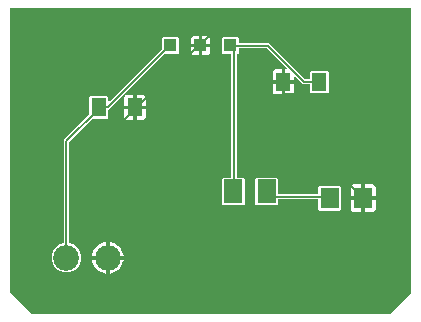
<source format=gbr>
G04 EAGLE Gerber RS-274X export*
G75*
%MOMM*%
%FSLAX34Y34*%
%LPD*%
%INTop Copper*%
%IPPOS*%
%AMOC8*
5,1,8,0,0,1.08239X$1,22.5*%
G01*
%ADD10C,2.184400*%
%ADD11R,1.600000X1.803000*%
%ADD12R,1.600000X2.000000*%
%ADD13R,1.108000X1.108000*%
%ADD14R,1.300000X1.600000*%
%ADD15C,0.152400*%

G36*
X331012Y10175D02*
X331012Y10175D01*
X331103Y10183D01*
X331133Y10195D01*
X331165Y10200D01*
X331245Y10243D01*
X331329Y10279D01*
X331361Y10305D01*
X331382Y10316D01*
X331404Y10339D01*
X331460Y10384D01*
X349616Y28540D01*
X349669Y28614D01*
X349729Y28683D01*
X349741Y28713D01*
X349760Y28739D01*
X349787Y28826D01*
X349821Y28911D01*
X349825Y28952D01*
X349832Y28975D01*
X349831Y29007D01*
X349839Y29078D01*
X349839Y269078D01*
X349836Y269098D01*
X349838Y269117D01*
X349816Y269219D01*
X349800Y269321D01*
X349790Y269338D01*
X349786Y269358D01*
X349733Y269447D01*
X349684Y269538D01*
X349670Y269552D01*
X349660Y269569D01*
X349581Y269636D01*
X349506Y269708D01*
X349488Y269716D01*
X349473Y269729D01*
X349377Y269768D01*
X349283Y269811D01*
X349263Y269813D01*
X349245Y269821D01*
X349078Y269839D01*
X10922Y269839D01*
X10902Y269836D01*
X10883Y269838D01*
X10781Y269816D01*
X10679Y269800D01*
X10662Y269790D01*
X10642Y269786D01*
X10553Y269733D01*
X10462Y269684D01*
X10448Y269670D01*
X10431Y269660D01*
X10364Y269581D01*
X10292Y269506D01*
X10284Y269488D01*
X10271Y269473D01*
X10232Y269377D01*
X10189Y269283D01*
X10187Y269263D01*
X10179Y269245D01*
X10161Y269078D01*
X10161Y29078D01*
X10175Y28988D01*
X10183Y28897D01*
X10195Y28867D01*
X10200Y28835D01*
X10243Y28755D01*
X10279Y28671D01*
X10305Y28639D01*
X10316Y28618D01*
X10339Y28596D01*
X10384Y28540D01*
X28540Y10384D01*
X28614Y10331D01*
X28683Y10271D01*
X28713Y10259D01*
X28739Y10240D01*
X28826Y10213D01*
X28911Y10179D01*
X28952Y10175D01*
X28975Y10168D01*
X29007Y10169D01*
X29078Y10161D01*
X330922Y10161D01*
X331012Y10175D01*
G37*
%LPC*%
G36*
X55424Y45653D02*
X55424Y45653D01*
X50849Y47548D01*
X47348Y51049D01*
X45453Y55624D01*
X45453Y60576D01*
X47348Y65151D01*
X50849Y68652D01*
X55155Y70435D01*
X55255Y70497D01*
X55355Y70557D01*
X55359Y70562D01*
X55364Y70565D01*
X55439Y70655D01*
X55515Y70744D01*
X55517Y70750D01*
X55521Y70754D01*
X55563Y70863D01*
X55607Y70972D01*
X55608Y70980D01*
X55609Y70984D01*
X55610Y71002D01*
X55625Y71139D01*
X55625Y157919D01*
X77112Y179406D01*
X77158Y179470D01*
X77179Y179491D01*
X77183Y179500D01*
X77225Y179550D01*
X77237Y179580D01*
X77256Y179606D01*
X77283Y179693D01*
X77317Y179778D01*
X77321Y179819D01*
X77328Y179841D01*
X77327Y179873D01*
X77335Y179944D01*
X77335Y194032D01*
X78228Y194925D01*
X92492Y194925D01*
X93385Y194032D01*
X93385Y191420D01*
X93396Y191350D01*
X93398Y191278D01*
X93416Y191229D01*
X93424Y191178D01*
X93458Y191114D01*
X93483Y191047D01*
X93515Y191006D01*
X93540Y190960D01*
X93591Y190911D01*
X93636Y190855D01*
X93680Y190827D01*
X93718Y190791D01*
X93783Y190761D01*
X93843Y190722D01*
X93894Y190709D01*
X93941Y190687D01*
X94012Y190679D01*
X94082Y190662D01*
X94134Y190666D01*
X94185Y190660D01*
X94256Y190675D01*
X94327Y190681D01*
X94375Y190701D01*
X94426Y190712D01*
X94487Y190749D01*
X94553Y190777D01*
X94609Y190822D01*
X94637Y190839D01*
X94652Y190856D01*
X94684Y190882D01*
X138712Y234910D01*
X138765Y234984D01*
X138825Y235054D01*
X138837Y235084D01*
X138856Y235110D01*
X138883Y235197D01*
X138917Y235282D01*
X138921Y235323D01*
X138928Y235345D01*
X138927Y235377D01*
X138935Y235448D01*
X138935Y243972D01*
X139828Y244865D01*
X152172Y244865D01*
X153065Y243972D01*
X153065Y231628D01*
X152172Y230735D01*
X141320Y230735D01*
X141230Y230721D01*
X141139Y230713D01*
X141110Y230701D01*
X141078Y230696D01*
X140997Y230653D01*
X140913Y230617D01*
X140881Y230591D01*
X140860Y230580D01*
X140838Y230557D01*
X140782Y230512D01*
X106954Y196685D01*
X106940Y196665D01*
X106922Y196650D01*
X106869Y196565D01*
X106811Y196485D01*
X106804Y196462D01*
X106791Y196441D01*
X106768Y196345D01*
X106739Y196250D01*
X106739Y196226D01*
X106734Y196202D01*
X106742Y196103D01*
X106745Y196004D01*
X106752Y195986D01*
X106705Y196000D01*
X106681Y196000D01*
X106658Y196006D01*
X106559Y195998D01*
X106459Y195997D01*
X106437Y195989D01*
X106413Y195987D01*
X106321Y195948D01*
X106228Y195915D01*
X106209Y195900D01*
X106186Y195890D01*
X106055Y195786D01*
X93846Y183576D01*
X93777Y183535D01*
X93686Y183486D01*
X93672Y183472D01*
X93655Y183462D01*
X93588Y183383D01*
X93516Y183308D01*
X93508Y183290D01*
X93495Y183275D01*
X93456Y183179D01*
X93413Y183085D01*
X93411Y183065D01*
X93403Y183047D01*
X93385Y182880D01*
X93385Y176768D01*
X92492Y175875D01*
X80364Y175875D01*
X80274Y175861D01*
X80183Y175853D01*
X80154Y175841D01*
X80122Y175836D01*
X80041Y175793D01*
X79957Y175757D01*
X79925Y175731D01*
X79904Y175720D01*
X79882Y175697D01*
X79826Y175652D01*
X60422Y156248D01*
X60369Y156174D01*
X60309Y156104D01*
X60297Y156074D01*
X60278Y156048D01*
X60251Y155961D01*
X60217Y155876D01*
X60213Y155835D01*
X60206Y155813D01*
X60207Y155781D01*
X60199Y155709D01*
X60199Y71129D01*
X60218Y71014D01*
X60235Y70898D01*
X60237Y70892D01*
X60238Y70886D01*
X60293Y70783D01*
X60346Y70679D01*
X60351Y70674D01*
X60354Y70669D01*
X60438Y70589D01*
X60522Y70506D01*
X60528Y70503D01*
X60532Y70499D01*
X60549Y70491D01*
X60669Y70425D01*
X64951Y68652D01*
X68452Y65151D01*
X70347Y60576D01*
X70347Y55624D01*
X68452Y51049D01*
X64951Y47548D01*
X60376Y45653D01*
X55424Y45653D01*
G37*
%LPD*%
%LPC*%
G36*
X190668Y102775D02*
X190668Y102775D01*
X189775Y103668D01*
X189775Y124932D01*
X190668Y125825D01*
X196596Y125825D01*
X196616Y125828D01*
X196635Y125826D01*
X196737Y125848D01*
X196839Y125864D01*
X196856Y125874D01*
X196876Y125878D01*
X196965Y125931D01*
X197056Y125980D01*
X197070Y125994D01*
X197087Y126004D01*
X197154Y126083D01*
X197226Y126158D01*
X197234Y126176D01*
X197247Y126191D01*
X197286Y126287D01*
X197329Y126381D01*
X197331Y126401D01*
X197339Y126419D01*
X197357Y126586D01*
X197357Y229974D01*
X197354Y229994D01*
X197356Y230013D01*
X197334Y230115D01*
X197318Y230217D01*
X197308Y230234D01*
X197304Y230254D01*
X197251Y230343D01*
X197202Y230434D01*
X197188Y230448D01*
X197178Y230465D01*
X197099Y230532D01*
X197024Y230604D01*
X197006Y230612D01*
X196991Y230625D01*
X196895Y230664D01*
X196801Y230707D01*
X196781Y230709D01*
X196763Y230717D01*
X196596Y230735D01*
X190628Y230735D01*
X189735Y231628D01*
X189735Y243972D01*
X190628Y244865D01*
X202972Y244865D01*
X203865Y243972D01*
X203865Y240792D01*
X203866Y240783D01*
X203866Y240780D01*
X203868Y240771D01*
X203866Y240753D01*
X203888Y240651D01*
X203904Y240549D01*
X203914Y240532D01*
X203918Y240512D01*
X203971Y240423D01*
X204020Y240332D01*
X204034Y240318D01*
X204044Y240301D01*
X204123Y240234D01*
X204198Y240162D01*
X204216Y240154D01*
X204231Y240141D01*
X204327Y240102D01*
X204421Y240059D01*
X204441Y240057D01*
X204459Y240049D01*
X204626Y240031D01*
X229547Y240031D01*
X259804Y209774D01*
X259878Y209721D01*
X259948Y209661D01*
X259978Y209649D01*
X260004Y209630D01*
X260091Y209603D01*
X260176Y209569D01*
X260217Y209565D01*
X260239Y209558D01*
X260271Y209559D01*
X260343Y209551D01*
X263254Y209551D01*
X263274Y209554D01*
X263293Y209552D01*
X263395Y209574D01*
X263497Y209590D01*
X263514Y209600D01*
X263534Y209604D01*
X263623Y209657D01*
X263714Y209706D01*
X263728Y209720D01*
X263745Y209730D01*
X263812Y209809D01*
X263884Y209884D01*
X263892Y209902D01*
X263905Y209917D01*
X263944Y210013D01*
X263987Y210107D01*
X263989Y210127D01*
X263997Y210145D01*
X264015Y210312D01*
X264015Y215632D01*
X264908Y216525D01*
X279172Y216525D01*
X280065Y215632D01*
X280065Y198368D01*
X279172Y197475D01*
X264908Y197475D01*
X264015Y198368D01*
X264015Y204216D01*
X264012Y204236D01*
X264014Y204255D01*
X263992Y204357D01*
X263976Y204459D01*
X263966Y204476D01*
X263962Y204496D01*
X263909Y204585D01*
X263860Y204676D01*
X263846Y204690D01*
X263836Y204707D01*
X263757Y204774D01*
X263682Y204846D01*
X263664Y204854D01*
X263649Y204867D01*
X263553Y204906D01*
X263459Y204949D01*
X263439Y204951D01*
X263421Y204959D01*
X263254Y204977D01*
X258133Y204977D01*
X251900Y211210D01*
X251842Y211252D01*
X251790Y211301D01*
X251743Y211323D01*
X251701Y211353D01*
X251632Y211374D01*
X251567Y211405D01*
X251515Y211410D01*
X251465Y211426D01*
X251394Y211424D01*
X251323Y211432D01*
X251272Y211421D01*
X251220Y211419D01*
X251152Y211395D01*
X251082Y211380D01*
X251037Y211353D01*
X250989Y211335D01*
X250933Y211290D01*
X250871Y211253D01*
X250837Y211214D01*
X250797Y211181D01*
X250758Y211121D01*
X250711Y211066D01*
X250692Y211018D01*
X250664Y210974D01*
X250646Y210905D01*
X250619Y210838D01*
X250611Y210767D01*
X250603Y210736D01*
X250605Y210712D01*
X250601Y210672D01*
X250601Y208523D01*
X243083Y208523D01*
X243083Y217541D01*
X243732Y217541D01*
X243802Y217552D01*
X243874Y217554D01*
X243923Y217572D01*
X243974Y217580D01*
X244038Y217614D01*
X244105Y217639D01*
X244146Y217671D01*
X244192Y217696D01*
X244241Y217748D01*
X244297Y217792D01*
X244325Y217836D01*
X244361Y217874D01*
X244391Y217939D01*
X244430Y217999D01*
X244443Y218050D01*
X244465Y218097D01*
X244473Y218168D01*
X244490Y218238D01*
X244486Y218290D01*
X244492Y218341D01*
X244477Y218412D01*
X244471Y218483D01*
X244451Y218531D01*
X244440Y218582D01*
X244403Y218643D01*
X244375Y218709D01*
X244330Y218765D01*
X244313Y218793D01*
X244296Y218808D01*
X244270Y218840D01*
X227876Y235234D01*
X227802Y235287D01*
X227732Y235347D01*
X227702Y235359D01*
X227676Y235378D01*
X227589Y235405D01*
X227504Y235439D01*
X227463Y235443D01*
X227441Y235450D01*
X227409Y235449D01*
X227337Y235457D01*
X204626Y235457D01*
X204606Y235454D01*
X204587Y235456D01*
X204485Y235434D01*
X204383Y235418D01*
X204366Y235408D01*
X204346Y235404D01*
X204257Y235351D01*
X204166Y235302D01*
X204152Y235288D01*
X204135Y235278D01*
X204068Y235199D01*
X203996Y235124D01*
X203988Y235106D01*
X203975Y235091D01*
X203936Y234995D01*
X203893Y234901D01*
X203891Y234881D01*
X203883Y234863D01*
X203865Y234696D01*
X203865Y231628D01*
X202972Y230735D01*
X202692Y230735D01*
X202672Y230732D01*
X202653Y230734D01*
X202551Y230712D01*
X202449Y230696D01*
X202432Y230686D01*
X202412Y230682D01*
X202323Y230629D01*
X202232Y230580D01*
X202218Y230566D01*
X202201Y230556D01*
X202134Y230477D01*
X202062Y230402D01*
X202054Y230384D01*
X202041Y230369D01*
X202002Y230273D01*
X201959Y230179D01*
X201957Y230159D01*
X201949Y230141D01*
X201931Y229974D01*
X201931Y126586D01*
X201934Y126566D01*
X201932Y126547D01*
X201954Y126445D01*
X201970Y126343D01*
X201980Y126326D01*
X201984Y126306D01*
X202037Y126217D01*
X202086Y126126D01*
X202100Y126112D01*
X202110Y126095D01*
X202189Y126028D01*
X202264Y125956D01*
X202282Y125948D01*
X202297Y125935D01*
X202393Y125896D01*
X202487Y125853D01*
X202507Y125851D01*
X202525Y125843D01*
X202692Y125825D01*
X207932Y125825D01*
X208825Y124932D01*
X208825Y103668D01*
X207932Y102775D01*
X190668Y102775D01*
G37*
%LPD*%
%LPC*%
G36*
X272048Y98060D02*
X272048Y98060D01*
X271155Y98953D01*
X271155Y106680D01*
X271152Y106700D01*
X271154Y106719D01*
X271132Y106821D01*
X271116Y106923D01*
X271106Y106940D01*
X271102Y106960D01*
X271049Y107049D01*
X271000Y107140D01*
X270986Y107154D01*
X270976Y107171D01*
X270897Y107238D01*
X270822Y107310D01*
X270804Y107318D01*
X270789Y107331D01*
X270693Y107370D01*
X270599Y107413D01*
X270579Y107415D01*
X270561Y107423D01*
X270394Y107441D01*
X237586Y107441D01*
X237566Y107438D01*
X237547Y107440D01*
X237445Y107418D01*
X237343Y107402D01*
X237326Y107392D01*
X237306Y107388D01*
X237217Y107335D01*
X237126Y107286D01*
X237112Y107272D01*
X237095Y107262D01*
X237028Y107183D01*
X236956Y107108D01*
X236948Y107090D01*
X236935Y107075D01*
X236896Y106979D01*
X236853Y106885D01*
X236851Y106865D01*
X236843Y106847D01*
X236825Y106680D01*
X236825Y103668D01*
X235932Y102775D01*
X218668Y102775D01*
X217775Y103668D01*
X217775Y124932D01*
X218668Y125825D01*
X235932Y125825D01*
X236825Y124932D01*
X236825Y112776D01*
X236828Y112756D01*
X236826Y112737D01*
X236848Y112635D01*
X236864Y112533D01*
X236874Y112516D01*
X236878Y112496D01*
X236931Y112407D01*
X236980Y112316D01*
X236994Y112302D01*
X237004Y112285D01*
X237083Y112218D01*
X237158Y112146D01*
X237176Y112138D01*
X237191Y112125D01*
X237287Y112086D01*
X237381Y112043D01*
X237401Y112041D01*
X237419Y112033D01*
X237586Y112015D01*
X270394Y112015D01*
X270414Y112018D01*
X270433Y112016D01*
X270535Y112038D01*
X270637Y112054D01*
X270654Y112064D01*
X270674Y112068D01*
X270763Y112121D01*
X270854Y112170D01*
X270868Y112184D01*
X270885Y112194D01*
X270952Y112273D01*
X271024Y112348D01*
X271032Y112366D01*
X271045Y112381D01*
X271084Y112477D01*
X271127Y112571D01*
X271129Y112591D01*
X271137Y112609D01*
X271155Y112776D01*
X271155Y118247D01*
X272048Y119140D01*
X289312Y119140D01*
X290205Y118247D01*
X290205Y98953D01*
X289312Y98060D01*
X272048Y98060D01*
G37*
%LPD*%
%LPC*%
G36*
X94423Y59623D02*
X94423Y59623D01*
X94423Y71489D01*
X96052Y71231D01*
X98068Y70576D01*
X99956Y69614D01*
X101670Y68369D01*
X103169Y66870D01*
X104414Y65156D01*
X105376Y63268D01*
X106031Y61252D01*
X106289Y59623D01*
X94423Y59623D01*
G37*
%LPD*%
%LPC*%
G36*
X79511Y59623D02*
X79511Y59623D01*
X79769Y61252D01*
X80424Y63268D01*
X81386Y65156D01*
X82631Y66870D01*
X84130Y68369D01*
X85844Y69614D01*
X87732Y70576D01*
X89748Y71231D01*
X91377Y71489D01*
X91377Y59623D01*
X79511Y59623D01*
G37*
%LPD*%
%LPC*%
G36*
X94423Y56577D02*
X94423Y56577D01*
X106289Y56577D01*
X106031Y54948D01*
X105376Y52932D01*
X104414Y51044D01*
X103169Y49330D01*
X101670Y47831D01*
X99956Y46586D01*
X98068Y45624D01*
X96052Y44969D01*
X94423Y44711D01*
X94423Y56577D01*
G37*
%LPD*%
%LPC*%
G36*
X89748Y44969D02*
X89748Y44969D01*
X87732Y45624D01*
X85844Y46586D01*
X84130Y47831D01*
X82631Y49330D01*
X81386Y51044D01*
X80424Y52932D01*
X79769Y54948D01*
X79511Y56577D01*
X91377Y56577D01*
X91377Y44711D01*
X89748Y44969D01*
G37*
%LPD*%
%LPC*%
G36*
X310643Y110123D02*
X310643Y110123D01*
X310643Y120156D01*
X317454Y120156D01*
X318101Y119983D01*
X318680Y119648D01*
X319153Y119175D01*
X319488Y118596D01*
X319661Y117949D01*
X319661Y110123D01*
X310643Y110123D01*
G37*
%LPD*%
%LPC*%
G36*
X310643Y97044D02*
X310643Y97044D01*
X310643Y107077D01*
X319661Y107077D01*
X319661Y99251D01*
X319488Y98604D01*
X319153Y98025D01*
X318680Y97552D01*
X318101Y97217D01*
X317454Y97044D01*
X310643Y97044D01*
G37*
%LPD*%
%LPC*%
G36*
X298579Y110123D02*
X298579Y110123D01*
X298579Y117949D01*
X298752Y118596D01*
X299087Y119175D01*
X299560Y119648D01*
X300139Y119983D01*
X300786Y120156D01*
X307597Y120156D01*
X307597Y110123D01*
X298579Y110123D01*
G37*
%LPD*%
%LPC*%
G36*
X300786Y97044D02*
X300786Y97044D01*
X300139Y97217D01*
X299560Y97552D01*
X299087Y98025D01*
X298752Y98604D01*
X298579Y99251D01*
X298579Y107077D01*
X307597Y107077D01*
X307597Y97044D01*
X300786Y97044D01*
G37*
%LPD*%
%LPC*%
G36*
X106799Y186923D02*
X106799Y186923D01*
X106799Y193734D01*
X106972Y194381D01*
X107253Y194867D01*
X107262Y194889D01*
X107276Y194909D01*
X107305Y195004D01*
X107340Y195097D01*
X107341Y195121D01*
X107348Y195144D01*
X107345Y195243D01*
X107349Y195343D01*
X107342Y195366D01*
X107342Y195390D01*
X107334Y195412D01*
X107429Y195388D01*
X107453Y195390D01*
X107476Y195385D01*
X107575Y195399D01*
X107674Y195407D01*
X107696Y195416D01*
X107720Y195420D01*
X107873Y195487D01*
X108359Y195768D01*
X109006Y195941D01*
X114317Y195941D01*
X114317Y186923D01*
X106799Y186923D01*
G37*
%LPD*%
%LPC*%
G36*
X117363Y186923D02*
X117363Y186923D01*
X117363Y195941D01*
X122674Y195941D01*
X123321Y195768D01*
X123900Y195433D01*
X124373Y194960D01*
X124708Y194381D01*
X124881Y193734D01*
X124881Y186923D01*
X117363Y186923D01*
G37*
%LPD*%
%LPC*%
G36*
X243083Y196459D02*
X243083Y196459D01*
X243083Y205477D01*
X250601Y205477D01*
X250601Y198666D01*
X250428Y198019D01*
X250093Y197440D01*
X249620Y196967D01*
X249041Y196632D01*
X248394Y196459D01*
X243083Y196459D01*
G37*
%LPD*%
%LPC*%
G36*
X117363Y174859D02*
X117363Y174859D01*
X117363Y183877D01*
X124881Y183877D01*
X124881Y177066D01*
X124708Y176419D01*
X124373Y175840D01*
X123900Y175367D01*
X123321Y175032D01*
X122674Y174859D01*
X117363Y174859D01*
G37*
%LPD*%
%LPC*%
G36*
X232519Y208523D02*
X232519Y208523D01*
X232519Y215334D01*
X232692Y215981D01*
X233027Y216560D01*
X233500Y217033D01*
X234079Y217368D01*
X234726Y217541D01*
X240037Y217541D01*
X240037Y208523D01*
X232519Y208523D01*
G37*
%LPD*%
%LPC*%
G36*
X234726Y196459D02*
X234726Y196459D01*
X234079Y196632D01*
X233500Y196967D01*
X233027Y197440D01*
X232692Y198019D01*
X232519Y198666D01*
X232519Y205477D01*
X240037Y205477D01*
X240037Y196459D01*
X234726Y196459D01*
G37*
%LPD*%
%LPC*%
G36*
X109006Y174859D02*
X109006Y174859D01*
X108359Y175032D01*
X107780Y175367D01*
X107307Y175840D01*
X106972Y176419D01*
X106799Y177066D01*
X106799Y183877D01*
X114317Y183877D01*
X114317Y174859D01*
X109006Y174859D01*
G37*
%LPD*%
%LPC*%
G36*
X172899Y239299D02*
X172899Y239299D01*
X172899Y245881D01*
X177274Y245881D01*
X177921Y245708D01*
X178500Y245373D01*
X178973Y244900D01*
X179308Y244321D01*
X179481Y243674D01*
X179481Y239299D01*
X172899Y239299D01*
G37*
%LPD*%
%LPC*%
G36*
X163319Y239299D02*
X163319Y239299D01*
X163319Y243674D01*
X163492Y244321D01*
X163827Y244900D01*
X164300Y245373D01*
X164879Y245708D01*
X165526Y245881D01*
X169901Y245881D01*
X169901Y239299D01*
X163319Y239299D01*
G37*
%LPD*%
%LPC*%
G36*
X172899Y229719D02*
X172899Y229719D01*
X172899Y236301D01*
X179481Y236301D01*
X179481Y231925D01*
X179308Y231279D01*
X178973Y230700D01*
X178500Y230227D01*
X177921Y229892D01*
X177274Y229719D01*
X172899Y229719D01*
G37*
%LPD*%
%LPC*%
G36*
X165526Y229719D02*
X165526Y229719D01*
X164879Y229892D01*
X164300Y230227D01*
X163827Y230700D01*
X163492Y231279D01*
X163319Y231926D01*
X163319Y236301D01*
X169901Y236301D01*
X169901Y229719D01*
X165526Y229719D01*
G37*
%LPD*%
%LPC*%
G36*
X92899Y58099D02*
X92899Y58099D01*
X92899Y58101D01*
X92901Y58101D01*
X92901Y58099D01*
X92899Y58099D01*
G37*
%LPD*%
%LPC*%
G36*
X241559Y206999D02*
X241559Y206999D01*
X241559Y207001D01*
X241561Y207001D01*
X241561Y206999D01*
X241559Y206999D01*
G37*
%LPD*%
%LPC*%
G36*
X115839Y185399D02*
X115839Y185399D01*
X115839Y185401D01*
X115841Y185401D01*
X115841Y185399D01*
X115839Y185399D01*
G37*
%LPD*%
%LPC*%
G36*
X309119Y108599D02*
X309119Y108599D01*
X309119Y108601D01*
X309121Y108601D01*
X309121Y108599D01*
X309119Y108599D01*
G37*
%LPD*%
D10*
X92900Y58100D03*
X57900Y58100D03*
D11*
X280680Y108600D03*
X309120Y108600D03*
D12*
X199300Y114300D03*
X227300Y114300D03*
D13*
X146000Y237800D03*
X171400Y237800D03*
X196800Y237800D03*
D14*
X85360Y185400D03*
X115840Y185400D03*
X241560Y207000D03*
X272040Y207000D03*
D15*
X92964Y185928D02*
X86868Y185928D01*
X92964Y185928D02*
X144780Y237744D01*
X86868Y185928D02*
X85360Y185400D01*
X144780Y237744D02*
X146000Y237800D01*
X57912Y156972D02*
X57912Y59436D01*
X57912Y156972D02*
X85344Y184404D01*
X57912Y59436D02*
X57900Y58100D01*
X85344Y184404D02*
X85360Y185400D01*
X242316Y175260D02*
X242316Y196596D01*
X242316Y205740D01*
X242316Y175260D02*
X307848Y109728D01*
X242316Y205740D02*
X241560Y207000D01*
X307848Y109728D02*
X309120Y108600D01*
X170688Y239268D02*
X117348Y185928D01*
X115840Y185400D01*
X171400Y237800D02*
X170688Y239268D01*
X92964Y161544D02*
X92964Y59436D01*
X92964Y161544D02*
X115824Y184404D01*
X92964Y59436D02*
X92900Y58100D01*
X115824Y184404D02*
X115840Y185400D01*
X242316Y196596D02*
X280416Y196596D01*
X281940Y198120D01*
X281940Y214884D01*
X249936Y246888D01*
X179832Y246888D01*
X172212Y239268D01*
X171400Y237800D01*
X259080Y207264D02*
X271272Y207264D01*
X259080Y207264D02*
X228600Y237744D01*
X199644Y237744D02*
X198120Y237744D01*
X199644Y237744D02*
X228600Y237744D01*
X271272Y207264D02*
X272040Y207000D01*
X198120Y237744D02*
X196800Y237800D01*
X199644Y237744D02*
X199644Y114300D01*
X199300Y114300D01*
X199644Y237744D02*
X196800Y237800D01*
X233172Y109728D02*
X280416Y109728D01*
X233172Y109728D02*
X228600Y114300D01*
X280416Y109728D02*
X280680Y108600D01*
X228600Y114300D02*
X227300Y114300D01*
M02*

</source>
